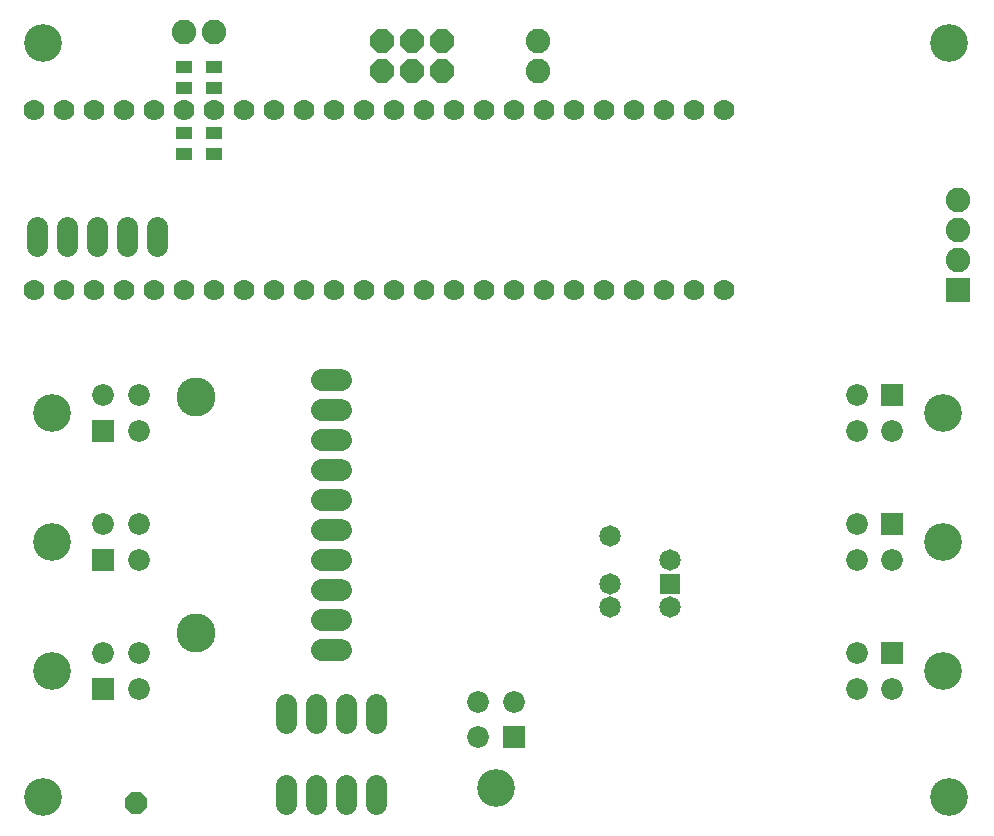
<source format=gbs>
G75*
%MOIN*%
%OFA0B0*%
%FSLAX25Y25*%
%IPPOS*%
%LPD*%
%AMOC8*
5,1,8,0,0,1.08239X$1,22.5*
%
%ADD10C,0.12612*%
%ADD11R,0.07216X0.07216*%
%ADD12C,0.07216*%
%ADD13C,0.12611*%
%ADD14C,0.07000*%
%ADD15OC8,0.08000*%
%ADD16C,0.07137*%
%ADD17C,0.07200*%
%ADD18C,0.13005*%
%ADD19C,0.08200*%
%ADD20R,0.05524X0.03950*%
%ADD21C,0.07137*%
%ADD22R,0.07137X0.07137*%
%ADD23R,0.08200X0.08200*%
%ADD24OC8,0.07400*%
D10*
X0028000Y0037000D03*
X0028000Y0288465D03*
X0330000Y0288465D03*
X0330000Y0037000D03*
D11*
X0310992Y0084906D03*
X0310992Y0127906D03*
X0310992Y0170906D03*
X0184906Y0057008D03*
X0048008Y0073094D03*
X0048008Y0116094D03*
X0048008Y0159094D03*
D12*
X0059819Y0159094D03*
X0059819Y0170906D03*
X0048008Y0170906D03*
X0048008Y0127906D03*
X0059819Y0127906D03*
X0059819Y0116094D03*
X0059819Y0084906D03*
X0048008Y0084906D03*
X0059819Y0073094D03*
X0173094Y0068819D03*
X0173094Y0057008D03*
X0184906Y0068819D03*
X0299181Y0073094D03*
X0310992Y0073094D03*
X0299181Y0084906D03*
X0299181Y0116094D03*
X0310992Y0116094D03*
X0299181Y0127906D03*
X0299181Y0159094D03*
X0310992Y0159094D03*
X0299181Y0170906D03*
D13*
X0328000Y0165000D03*
X0328000Y0122000D03*
X0328000Y0079000D03*
X0179000Y0040000D03*
X0031000Y0079000D03*
X0031000Y0122000D03*
X0031000Y0165000D03*
D14*
X0035000Y0206000D03*
X0045000Y0206000D03*
X0055000Y0206000D03*
X0065000Y0206000D03*
X0075000Y0206000D03*
X0085000Y0206000D03*
X0095000Y0206000D03*
X0105000Y0206000D03*
X0115000Y0206000D03*
X0125000Y0206000D03*
X0135000Y0206000D03*
X0145000Y0206000D03*
X0155000Y0206000D03*
X0165000Y0206000D03*
X0175000Y0206000D03*
X0185000Y0206000D03*
X0195000Y0206000D03*
X0205000Y0206000D03*
X0215000Y0206000D03*
X0225000Y0206000D03*
X0235000Y0206000D03*
X0245000Y0206000D03*
X0255000Y0206000D03*
X0255000Y0266000D03*
X0245000Y0266000D03*
X0235000Y0266000D03*
X0225000Y0266000D03*
X0215000Y0266000D03*
X0205000Y0266000D03*
X0195000Y0266000D03*
X0185000Y0266000D03*
X0175000Y0266000D03*
X0165000Y0266000D03*
X0155000Y0266000D03*
X0145000Y0266000D03*
X0135000Y0266000D03*
X0125000Y0266000D03*
X0115000Y0266000D03*
X0105000Y0266000D03*
X0095000Y0266000D03*
X0085000Y0266000D03*
X0075000Y0266000D03*
X0065000Y0266000D03*
X0055000Y0266000D03*
X0045000Y0266000D03*
X0035000Y0266000D03*
X0025000Y0266000D03*
X0025000Y0206000D03*
D15*
X0141000Y0279000D03*
X0151000Y0279000D03*
X0151000Y0289000D03*
X0141000Y0289000D03*
X0161000Y0289000D03*
X0161000Y0279000D03*
D16*
X0066000Y0227169D02*
X0066000Y0220831D01*
X0056000Y0220831D02*
X0056000Y0227169D01*
X0046000Y0227169D02*
X0046000Y0220831D01*
X0036000Y0220831D02*
X0036000Y0227169D01*
X0026000Y0227169D02*
X0026000Y0220831D01*
X0109000Y0068169D02*
X0109000Y0061831D01*
X0119000Y0061831D02*
X0119000Y0068169D01*
X0129000Y0068169D02*
X0129000Y0061831D01*
X0139000Y0061831D02*
X0139000Y0068169D01*
X0139000Y0041169D02*
X0139000Y0034831D01*
X0129000Y0034831D02*
X0129000Y0041169D01*
X0119000Y0041169D02*
X0119000Y0034831D01*
X0109000Y0034831D02*
X0109000Y0041169D01*
D17*
X0120800Y0086000D02*
X0127200Y0086000D01*
X0127200Y0096000D02*
X0120800Y0096000D01*
X0120800Y0106000D02*
X0127200Y0106000D01*
X0127200Y0116000D02*
X0120800Y0116000D01*
X0120800Y0126000D02*
X0127200Y0126000D01*
X0127200Y0136000D02*
X0120800Y0136000D01*
X0120800Y0146000D02*
X0127200Y0146000D01*
X0127200Y0156000D02*
X0120800Y0156000D01*
X0120800Y0166000D02*
X0127200Y0166000D01*
X0127200Y0176000D02*
X0120800Y0176000D01*
D18*
X0079000Y0170488D03*
X0079000Y0091748D03*
D19*
X0193000Y0279000D03*
X0193000Y0289000D03*
X0085000Y0292000D03*
X0075000Y0292000D03*
X0333000Y0236000D03*
X0333000Y0226000D03*
X0333000Y0216000D03*
D20*
X0085000Y0251457D03*
X0085000Y0258543D03*
X0075000Y0258543D03*
X0075000Y0251457D03*
X0075000Y0273457D03*
X0075000Y0280543D03*
X0085000Y0280543D03*
X0085000Y0273457D03*
D21*
X0217035Y0123898D03*
X0217035Y0108150D03*
X0217035Y0100276D03*
X0236996Y0100276D03*
X0236996Y0116024D03*
D22*
X0236996Y0108150D03*
D23*
X0333000Y0206000D03*
D24*
X0059000Y0035000D03*
M02*

</source>
